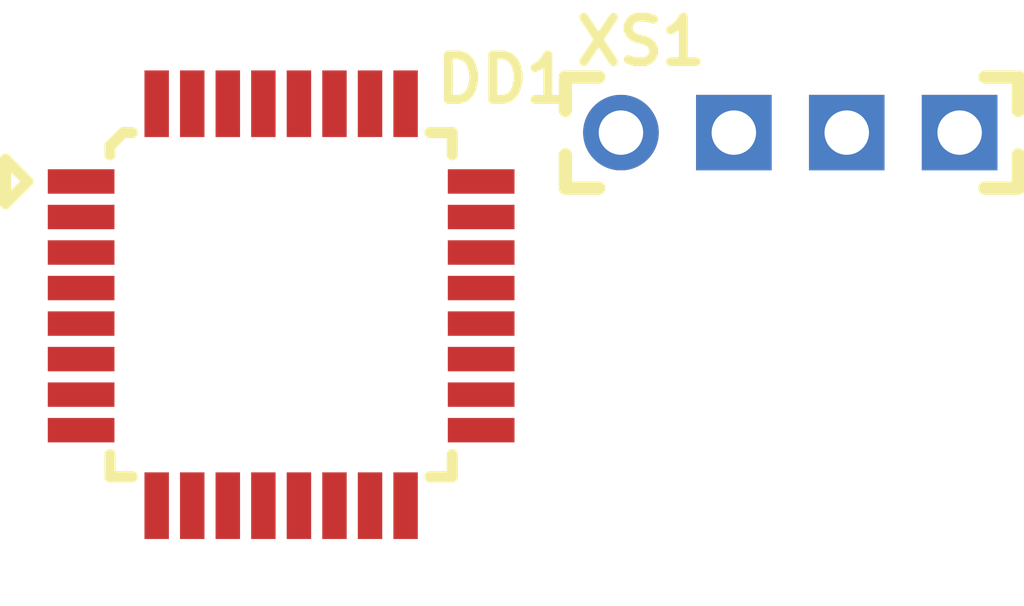
<source format=kicad_pcb>
(kicad_pcb (version 20171130) (host pcbnew "(5.1.2-1)-1")

  (general
    (thickness 1.6)
    (drawings 0)
    (tracks 0)
    (zones 0)
    (modules 2)
    (nets 37)
  )

  (page A4)
  (layers
    (0 F.Cu signal)
    (31 B.Cu signal)
    (32 B.Adhes user)
    (33 F.Adhes user)
    (34 B.Paste user)
    (35 F.Paste user)
    (36 B.SilkS user)
    (37 F.SilkS user)
    (38 B.Mask user)
    (39 F.Mask user)
    (40 Dwgs.User user)
    (41 Cmts.User user)
    (42 Eco1.User user)
    (43 Eco2.User user)
    (44 Edge.Cuts user)
    (45 Margin user)
    (46 B.CrtYd user)
    (47 F.CrtYd user)
    (48 B.Fab user)
    (49 F.Fab user)
  )

  (setup
    (last_trace_width 0.25)
    (trace_clearance 0.2)
    (zone_clearance 0.508)
    (zone_45_only no)
    (trace_min 0.2)
    (via_size 0.8)
    (via_drill 0.4)
    (via_min_size 0.4)
    (via_min_drill 0.3)
    (uvia_size 0.3)
    (uvia_drill 0.1)
    (uvias_allowed no)
    (uvia_min_size 0.2)
    (uvia_min_drill 0.1)
    (edge_width 0.05)
    (segment_width 0.2)
    (pcb_text_width 0.3)
    (pcb_text_size 1.5 1.5)
    (mod_edge_width 0.12)
    (mod_text_size 1 1)
    (mod_text_width 0.15)
    (pad_size 1.524 1.524)
    (pad_drill 0.762)
    (pad_to_mask_clearance 0.051)
    (solder_mask_min_width 0.25)
    (aux_axis_origin 0 0)
    (visible_elements FFFFFF7F)
    (pcbplotparams
      (layerselection 0x010fc_ffffffff)
      (usegerberextensions false)
      (usegerberattributes false)
      (usegerberadvancedattributes false)
      (creategerberjobfile false)
      (excludeedgelayer true)
      (linewidth 0.100000)
      (plotframeref false)
      (viasonmask false)
      (mode 1)
      (useauxorigin false)
      (hpglpennumber 1)
      (hpglpenspeed 20)
      (hpglpendiameter 15.000000)
      (psnegative false)
      (psa4output false)
      (plotreference true)
      (plotvalue true)
      (plotinvisibletext false)
      (padsonsilk false)
      (subtractmaskfromsilk false)
      (outputformat 1)
      (mirror false)
      (drillshape 1)
      (scaleselection 1)
      (outputdirectory ""))
  )

  (net 0 "")
  (net 1 "Net-(DD1-Pad32)")
  (net 2 "Net-(DD1-Pad31)")
  (net 3 "Net-(DD1-Pad30)")
  (net 4 "Net-(DD1-Pad29)")
  (net 5 "Net-(DD1-Pad28)")
  (net 6 "Net-(DD1-Pad27)")
  (net 7 "Net-(DD1-Pad26)")
  (net 8 "Net-(DD1-Pad25)")
  (net 9 "Net-(DD1-Pad24)")
  (net 10 "Net-(DD1-Pad23)")
  (net 11 "Net-(DD1-Pad22)")
  (net 12 "Net-(DD1-Pad21)")
  (net 13 "Net-(DD1-Pad20)")
  (net 14 "Net-(DD1-Pad19)")
  (net 15 "Net-(DD1-Pad18)")
  (net 16 "Net-(DD1-Pad17)")
  (net 17 "Net-(DD1-Pad16)")
  (net 18 "Net-(DD1-Pad15)")
  (net 19 "Net-(DD1-Pad14)")
  (net 20 "Net-(DD1-Pad13)")
  (net 21 "Net-(DD1-Pad12)")
  (net 22 "Net-(DD1-Pad11)")
  (net 23 "Net-(DD1-Pad10)")
  (net 24 "Net-(DD1-Pad9)")
  (net 25 "Net-(DD1-Pad8)")
  (net 26 "Net-(DD1-Pad7)")
  (net 27 "Net-(DD1-Pad6)")
  (net 28 "Net-(DD1-Pad5)")
  (net 29 "Net-(DD1-Pad4)")
  (net 30 "Net-(DD1-Pad3)")
  (net 31 "Net-(DD1-Pad2)")
  (net 32 "Net-(DD1-Pad1)")
  (net 33 "Net-(XS1-Pad4)")
  (net 34 "Net-(XS1-Pad3)")
  (net 35 "Net-(XS1-Pad2)")
  (net 36 "Net-(XS1-Pad1)")

  (net_class Default "Это класс цепей по умолчанию."
    (clearance 0.2)
    (trace_width 0.25)
    (via_dia 0.8)
    (via_drill 0.4)
    (uvia_dia 0.3)
    (uvia_drill 0.1)
    (add_net "Net-(DD1-Pad1)")
    (add_net "Net-(DD1-Pad10)")
    (add_net "Net-(DD1-Pad11)")
    (add_net "Net-(DD1-Pad12)")
    (add_net "Net-(DD1-Pad13)")
    (add_net "Net-(DD1-Pad14)")
    (add_net "Net-(DD1-Pad15)")
    (add_net "Net-(DD1-Pad16)")
    (add_net "Net-(DD1-Pad17)")
    (add_net "Net-(DD1-Pad18)")
    (add_net "Net-(DD1-Pad19)")
    (add_net "Net-(DD1-Pad2)")
    (add_net "Net-(DD1-Pad20)")
    (add_net "Net-(DD1-Pad21)")
    (add_net "Net-(DD1-Pad22)")
    (add_net "Net-(DD1-Pad23)")
    (add_net "Net-(DD1-Pad24)")
    (add_net "Net-(DD1-Pad25)")
    (add_net "Net-(DD1-Pad26)")
    (add_net "Net-(DD1-Pad27)")
    (add_net "Net-(DD1-Pad28)")
    (add_net "Net-(DD1-Pad29)")
    (add_net "Net-(DD1-Pad3)")
    (add_net "Net-(DD1-Pad30)")
    (add_net "Net-(DD1-Pad31)")
    (add_net "Net-(DD1-Pad32)")
    (add_net "Net-(DD1-Pad4)")
    (add_net "Net-(DD1-Pad5)")
    (add_net "Net-(DD1-Pad6)")
    (add_net "Net-(DD1-Pad7)")
    (add_net "Net-(DD1-Pad8)")
    (add_net "Net-(DD1-Pad9)")
    (add_net "Net-(XS1-Pad1)")
    (add_net "Net-(XS1-Pad2)")
    (add_net "Net-(XS1-Pad3)")
    (add_net "Net-(XS1-Pad4)")
  )

  (module N_X:Вилка_PLS4_вертикальная (layer F.Cu) (tedit 5C32314F) (tstamp 6021BC62)
    (at 136.895 73.900001)
    (path /6021F685)
    (fp_text reference XS1 (at 0.45 -2.05) (layer F.SilkS)
      (effects (font (size 1 1) (thickness 0.2)))
    )
    (fp_text value Розетка_PBS4 (at 2 2.5) (layer F.Fab)
      (effects (font (size 1 1) (thickness 0.15)))
    )
    (fp_line (start 8.94 -1.25) (end 8.94 -0.5) (layer F.SilkS) (width 0.3))
    (fp_line (start 8.94 0.5) (end 8.94 1.25) (layer F.SilkS) (width 0.3))
    (fp_line (start 8.94 1.25) (end 8.19 1.25) (layer F.SilkS) (width 0.3))
    (fp_line (start 8.19 -1.25) (end 8.94 -1.25) (layer F.SilkS) (width 0.3))
    (fp_line (start -1.25 1.25) (end -0.5 1.25) (layer F.SilkS) (width 0.3))
    (fp_line (start -1.25 0.5) (end -1.25 1.25) (layer F.SilkS) (width 0.3))
    (fp_line (start -1.25 -1.25) (end -1.25 -0.5) (layer F.SilkS) (width 0.3))
    (fp_line (start -1.25 -1.25) (end -0.5 -1.25) (layer F.SilkS) (width 0.3))
    (pad 4 thru_hole rect (at 7.62 0) (size 1.7 1.7) (drill 1) (layers *.Cu *.Mask)
      (net 33 "Net-(XS1-Pad4)"))
    (pad 3 thru_hole rect (at 5.08 0) (size 1.7 1.7) (drill 1) (layers *.Cu *.Mask)
      (net 34 "Net-(XS1-Pad3)"))
    (pad 2 thru_hole rect (at 2.54 0) (size 1.7 1.7) (drill 1) (layers *.Cu *.Mask)
      (net 35 "Net-(XS1-Pad2)"))
    (pad 1 thru_hole circle (at 0 0) (size 1.7 1.7) (drill 1) (layers *.Cu *.Mask)
      (net 36 "Net-(XS1-Pad1)"))
    (model ${N_3D}/single_pls1.stp
      (offset (xyz -1.25 -1.25 0))
      (scale (xyz 1 1 1))
      (rotate (xyz -90 0 0))
    )
    (model ${N_3D}/single_pls1.stp
      (offset (xyz 1.29 -1.25 0))
      (scale (xyz 1 1 1))
      (rotate (xyz -90 0 0))
    )
    (model ${N_3D}/single_pls1.stp
      (offset (xyz 3.83 -1.25 0))
      (scale (xyz 1 1 1))
      (rotate (xyz -90 0 0))
    )
    (model ${N_3D}/single_pls1.stp
      (offset (xyz 6.37 -1.25 0))
      (scale (xyz 1 1 1))
      (rotate (xyz -90 0 0))
    )
  )

  (module N_DD:микросхема_ATMEGA-8-161AU (layer F.Cu) (tedit 5C5F16B7) (tstamp 6021BC52)
    (at 125 75)
    (path /6021BADF)
    (fp_text reference DD1 (at 9.25 -2.3 180) (layer F.SilkS)
      (effects (font (size 1 1) (thickness 0.2)))
    )
    (fp_text value ATmega8A-AU (at 4.17 8.72) (layer F.Fab)
      (effects (font (size 1 1) (thickness 0.15)))
    )
    (fp_line (start -1.95 -0.5) (end -1.95 0.5) (layer F.SilkS) (width 0.25))
    (fp_line (start -1.95 -0.5) (end -1.45 0) (layer F.SilkS) (width 0.25))
    (fp_line (start -1.45 0) (end -1.95 0.5) (layer F.SilkS) (width 0.25))
    (fp_line (start 0.7 -1.1) (end 0.9 -1.1) (layer F.SilkS) (width 0.25))
    (fp_line (start 0.4 -0.8) (end 0.4 -0.6) (layer F.SilkS) (width 0.25))
    (fp_line (start 8.1 -1.1) (end 7.6 -1.1) (layer F.SilkS) (width 0.25))
    (fp_line (start 8.1 -1.1) (end 8.1 -0.6) (layer F.SilkS) (width 0.25))
    (fp_line (start 8.1 6.65) (end 8.1 6.15) (layer F.SilkS) (width 0.25))
    (fp_line (start 8.1 6.65) (end 7.6 6.65) (layer F.SilkS) (width 0.25))
    (fp_line (start 0.4 6.65) (end 0.4 6.15) (layer F.SilkS) (width 0.25))
    (fp_line (start 0.4 6.65) (end 0.9 6.65) (layer F.SilkS) (width 0.25))
    (fp_line (start 0.4 -0.8) (end 0.7 -1.1) (layer F.SilkS) (width 0.25))
    (pad 32 smd rect (at 1.45 -1.75 90) (size 1.5 0.55) (layers F.Cu F.Paste F.Mask)
      (net 1 "Net-(DD1-Pad32)"))
    (pad 31 smd rect (at 2.25 -1.75 90) (size 1.5 0.55) (layers F.Cu F.Paste F.Mask)
      (net 2 "Net-(DD1-Pad31)"))
    (pad 30 smd rect (at 3.05 -1.75 90) (size 1.5 0.55) (layers F.Cu F.Paste F.Mask)
      (net 3 "Net-(DD1-Pad30)"))
    (pad 29 smd rect (at 3.85 -1.75 90) (size 1.5 0.55) (layers F.Cu F.Paste F.Mask)
      (net 4 "Net-(DD1-Pad29)"))
    (pad 28 smd rect (at 4.65 -1.75 90) (size 1.5 0.55) (layers F.Cu F.Paste F.Mask)
      (net 5 "Net-(DD1-Pad28)"))
    (pad 27 smd rect (at 5.45 -1.75 90) (size 1.5 0.55) (layers F.Cu F.Paste F.Mask)
      (net 6 "Net-(DD1-Pad27)"))
    (pad 26 smd rect (at 6.25 -1.75 90) (size 1.5 0.55) (layers F.Cu F.Paste F.Mask)
      (net 7 "Net-(DD1-Pad26)"))
    (pad 25 smd rect (at 7.05 -1.75 90) (size 1.5 0.55) (layers F.Cu F.Paste F.Mask)
      (net 8 "Net-(DD1-Pad25)"))
    (pad 24 smd rect (at 8.75 0) (size 1.5 0.55) (layers F.Cu F.Paste F.Mask)
      (net 9 "Net-(DD1-Pad24)"))
    (pad 23 smd rect (at 8.75 0.8) (size 1.5 0.55) (layers F.Cu F.Paste F.Mask)
      (net 10 "Net-(DD1-Pad23)"))
    (pad 22 smd rect (at 8.75 1.6) (size 1.5 0.55) (layers F.Cu F.Paste F.Mask)
      (net 11 "Net-(DD1-Pad22)"))
    (pad 21 smd rect (at 8.75 2.4) (size 1.5 0.55) (layers F.Cu F.Paste F.Mask)
      (net 12 "Net-(DD1-Pad21)"))
    (pad 20 smd rect (at 8.75 3.2) (size 1.5 0.55) (layers F.Cu F.Paste F.Mask)
      (net 13 "Net-(DD1-Pad20)"))
    (pad 19 smd rect (at 8.75 4) (size 1.5 0.55) (layers F.Cu F.Paste F.Mask)
      (net 14 "Net-(DD1-Pad19)"))
    (pad 18 smd rect (at 8.75 4.8) (size 1.5 0.55) (layers F.Cu F.Paste F.Mask)
      (net 15 "Net-(DD1-Pad18)"))
    (pad 17 smd rect (at 8.75 5.6) (size 1.5 0.55) (layers F.Cu F.Paste F.Mask)
      (net 16 "Net-(DD1-Pad17)"))
    (pad 16 smd rect (at 7.05 7.3 90) (size 1.5 0.55) (layers F.Cu F.Paste F.Mask)
      (net 17 "Net-(DD1-Pad16)"))
    (pad 15 smd rect (at 6.25 7.3 90) (size 1.5 0.55) (layers F.Cu F.Paste F.Mask)
      (net 18 "Net-(DD1-Pad15)"))
    (pad 14 smd rect (at 5.45 7.3 90) (size 1.5 0.55) (layers F.Cu F.Paste F.Mask)
      (net 19 "Net-(DD1-Pad14)"))
    (pad 13 smd rect (at 4.65 7.3 90) (size 1.5 0.55) (layers F.Cu F.Paste F.Mask)
      (net 20 "Net-(DD1-Pad13)"))
    (pad 12 smd rect (at 3.85 7.3 90) (size 1.5 0.55) (layers F.Cu F.Paste F.Mask)
      (net 21 "Net-(DD1-Pad12)"))
    (pad 11 smd rect (at 3.05 7.3 90) (size 1.5 0.55) (layers F.Cu F.Paste F.Mask)
      (net 22 "Net-(DD1-Pad11)"))
    (pad 10 smd rect (at 2.25 7.3 90) (size 1.5 0.55) (layers F.Cu F.Paste F.Mask)
      (net 23 "Net-(DD1-Pad10)"))
    (pad 9 smd rect (at 1.45 7.3 90) (size 1.5 0.55) (layers F.Cu F.Paste F.Mask)
      (net 24 "Net-(DD1-Pad9)"))
    (pad 8 smd rect (at -0.25 5.6) (size 1.5 0.55) (layers F.Cu F.Paste F.Mask)
      (net 25 "Net-(DD1-Pad8)"))
    (pad 7 smd rect (at -0.25 4.8) (size 1.5 0.55) (layers F.Cu F.Paste F.Mask)
      (net 26 "Net-(DD1-Pad7)"))
    (pad 6 smd rect (at -0.25 4) (size 1.5 0.55) (layers F.Cu F.Paste F.Mask)
      (net 27 "Net-(DD1-Pad6)"))
    (pad 5 smd rect (at -0.25 3.2) (size 1.5 0.55) (layers F.Cu F.Paste F.Mask)
      (net 28 "Net-(DD1-Pad5)"))
    (pad 4 smd rect (at -0.25 2.4) (size 1.5 0.55) (layers F.Cu F.Paste F.Mask)
      (net 29 "Net-(DD1-Pad4)"))
    (pad 3 smd rect (at -0.25 1.6) (size 1.5 0.55) (layers F.Cu F.Paste F.Mask)
      (net 30 "Net-(DD1-Pad3)"))
    (pad 2 smd rect (at -0.25 0.8) (size 1.5 0.55) (layers F.Cu F.Paste F.Mask)
      (net 31 "Net-(DD1-Pad2)"))
    (pad 1 smd rect (at -0.25 0) (size 1.5 0.55) (layers F.Cu F.Paste F.Mask)
      (net 32 "Net-(DD1-Pad1)"))
    (model "${N_3D}/atmega8 (tqfp32)_V2008.step"
      (offset (xyz 3.1 -1.6 0.5))
      (scale (xyz 1 1 1))
      (rotate (xyz -90 0 0))
    )
  )

)

</source>
